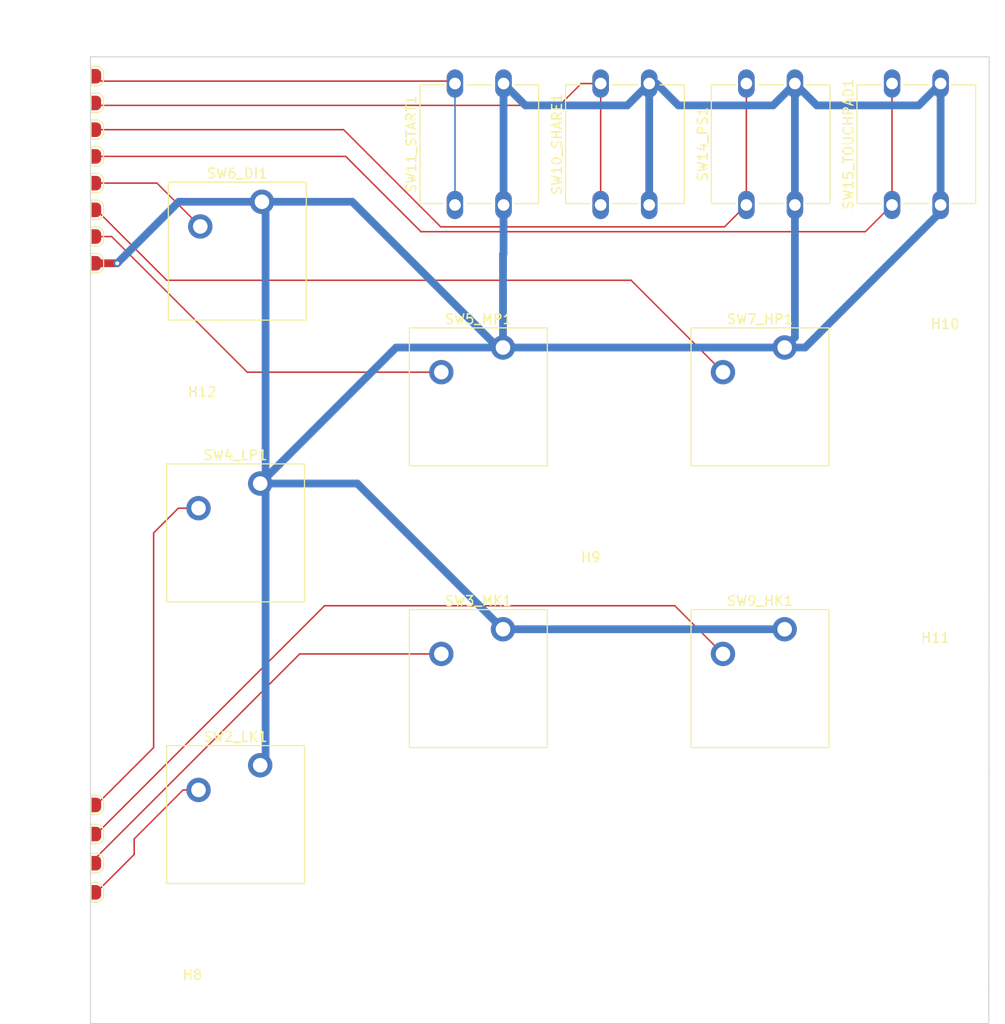
<source format=kicad_pcb>
(kicad_pcb (version 20240108) (generator "pcbnew") (generator_version "8.0")
  (layers (0 "F.Cu" signal) (31 "B.Cu" signal) (34 "B.Paste" user) (35 "F.Paste" user) (36 "B.SilkS" user "B.Silkscreen") (37 "F.SilkS" user "F.Silkscreen") (38 "B.Mask" user) (39 "F.Mask" user) (44 "Edge.Cuts" user))
  (net 0 "")
  (net 1 "GND")
  (net 2 "/Buttons/S2")
  (net 3 "/Buttons/S1")
  (net 4 "/Buttons/A1")
  (net 5 "/Buttons/A2")
  (net 6 "/Buttons/L1")
  (net 7 "/Buttons/R1")
  (net 8 "/Buttons/B4")
  (net 9 "/Buttons/B3")
  (net 10 "/Buttons/R2")
  (net 11 "/Buttons/B2")
  (net 12 "/Buttons/B1")
  (footprint "PCM_Switch_Keyboard_Cherry_MX:SW_Cherry_MX_PCB" (layer "F.Cu") (at 171.168943 84)
    (property "Reference" "SW9_HK1" (at 0 -8 0) (layer "F.SilkS"))
    (property "Value" "SW_Push")
    (fp_line (start -7.1 -7.1) (end -7.1 7.1) (stroke (width 0.12)) (layer "F.SilkS"))
    (fp_line (start -7.1 7.1) (end 7.1 7.1) (stroke (width 0.12)) (layer "F.SilkS"))
    (fp_line (start 7.1 -7.1) (end -7.1 -7.1) (stroke (width 0.12)) (layer "F.SilkS"))
    (fp_line (start 7.1 7.1) (end 7.1 -7.1) (stroke (width 0.12)) (layer "F.SilkS"))
    (pad "" np_thru_hole circle (at -5.08 0) (size 1.75 1.75) (drill 1.75) (layers "*.Cu" "*.Mask"))
    (pad "" np_thru_hole circle (at 0 0) (size 4 4) (drill 4) (layers "*.Cu" "*.Mask"))
    (pad "" np_thru_hole circle (at 5.08 0) (size 1.75 1.75) (drill 1.75) (layers "*.Cu" "*.Mask"))
    (pad "1" thru_hole circle (at -3.81 -2.54) (size 2.5 2.5) (drill 1.5) (layers "*.Cu" "*.Mask") (net 10 "/Buttons/R2"))
    (pad "2" thru_hole circle (at 2.54 -5.08) (size 2.5 2.5) (drill 1.5) (layers "*.Cu" "*.Mask") (net 1 "GND"))
  )
  (footprint "Fightstick_Library:EdgeSolderJumper-2_Right_Half" (layer "F.Cu") (at 102.185 24.75)
    (property "Reference" "JP22" (hide yes))
    (property "Value" "SolderJumper_2_Bridged")
    (fp_line (start 0.1 -1) (end 0.7 -1) (stroke (width 0.12)) (layer "F.SilkS"))
    (fp_line (start 0.1 1) (end 0.1 -1) (stroke (width 0.12)) (layer "F.SilkS"))
    (fp_line (start 0.7 1) (end 0.1 1) (stroke (width 0.12)) (layer "F.SilkS"))
    (fp_line (start 1.4 -0.3) (end 1.4 0.3) (stroke (width 0.12)) (layer "F.SilkS"))
    (fp_arc (start 0.7 -1) (mid 1.194975 -0.794975) (end 1.4 -0.3) (stroke (width 0.12)) (layer "F.SilkS"))
    (fp_arc (start 1.4 0.3) (mid 1.194975 0.794975) (end 0.7 1) (stroke (width 0.12)) (layer "F.SilkS"))
    (pad "2" smd custom (at 0.65 0) (size 1 0.5) (layers "F.Cu" "F.Mask") (net 3 "/Buttons/S1") (options (clearance outline) (anchor rect)) (primitives (gr_circle (center 0 0.25) (end 0.5 0.25) (width 0) (fill yes)) (gr_circle (center 0 -0.25) (end 0.5 -0.25) (width 0) (fill yes)) (gr_poly (pts (xy 0 0.75) (xy -0.5 0.75) (xy -0.5 -0.75) (xy 0 -0.75)) (width 0) (fill yes))))
  )
  (footprint "Fightstick_Library:EdgeSolderJumper-2_Right_Half" (layer "F.Cu") (at 102.185 100)
    (property "Reference" "JP18" (hide yes))
    (property "Value" "SolderJumper_2_Bridged")
    (fp_line (start 0.1 -1) (end 0.7 -1) (stroke (width 0.12)) (layer "F.SilkS"))
    (fp_line (start 0.1 1) (end 0.1 -1) (stroke (width 0.12)) (layer "F.SilkS"))
    (fp_line (start 0.7 1) (end 0.1 1) (stroke (width 0.12)) (layer "F.SilkS"))
    (fp_line (start 1.4 -0.3) (end 1.4 0.3) (stroke (width 0.12)) (layer "F.SilkS"))
    (fp_arc (start 0.7 -1) (mid 1.194975 -0.794975) (end 1.4 -0.3) (stroke (width 0.12)) (layer "F.SilkS"))
    (fp_arc (start 1.4 0.3) (mid 1.194975 0.794975) (end 0.7 1) (stroke (width 0.12)) (layer "F.SilkS"))
    (pad "2" smd custom (at 0.65 0) (size 1 0.5) (layers "F.Cu" "F.Mask") (net 10 "/Buttons/R2") (options (clearance outline) (anchor rect)) (primitives (gr_circle (center 0 0.25) (end 0.5 0.25) (width 0) (fill yes)) (gr_circle (center 0 -0.25) (end 0.5 -0.25) (width 0) (fill yes)) (gr_poly (pts (xy 0 0.75) (xy -0.5 0.75) (xy -0.5 -0.75) (xy 0 -0.75)) (width 0) (fill yes))))
  )
  (footprint "MountingHole:MountingHole_3.2mm_M3" (layer "F.Cu") (at 117.735 114.5)
    (property "Reference" "H8" (at -5 0 0) (layer "F.SilkS"))
    (property "Value" "MountingHole")
    (pad "" np_thru_hole circle (at 0 0) (size 3.2 3.2) (drill 3.2) (layers "*.Cu" "*.Mask"))
  )
  (footprint "Fightstick_Library:EdgeSolderJumper-2_Right_Half" (layer "F.Cu") (at 102.185 38.5)
    (property "Reference" "JP27" (hide yes))
    (property "Value" "SolderJumper_2_Bridged")
    (fp_line (start 0.1 -1) (end 0.7 -1) (stroke (width 0.12)) (layer "F.SilkS"))
    (fp_line (start 0.1 1) (end 0.1 -1) (stroke (width 0.12)) (layer "F.SilkS"))
    (fp_line (start 0.7 1) (end 0.1 1) (stroke (width 0.12)) (layer "F.SilkS"))
    (fp_line (start 1.4 -0.3) (end 1.4 0.3) (stroke (width 0.12)) (layer "F.SilkS"))
    (fp_arc (start 0.7 -1) (mid 1.194975 -0.794975) (end 1.4 -0.3) (stroke (width 0.12)) (layer "F.SilkS"))
    (fp_arc (start 1.4 0.3) (mid 1.194975 0.794975) (end 0.7 1) (stroke (width 0.12)) (layer "F.SilkS"))
    (pad "2" smd custom (at 0.65 0) (size 1 0.5) (layers "F.Cu" "F.Mask") (net 8 "/Buttons/B4") (options (clearance outline) (anchor rect)) (primitives (gr_circle (center 0 0.25) (end 0.5 0.25) (width 0) (fill yes)) (gr_circle (center 0 -0.25) (end 0.5 -0.25) (width 0) (fill yes)) (gr_poly (pts (xy 0 0.75) (xy -0.5 0.75) (xy -0.5 -0.75) (xy 0 -0.75)) (width 0) (fill yes))))
  )
  (footprint "Fightstick_Library:EdgeSolderJumper-2_Right_Half" (layer "F.Cu") (at 102.185 33)
    (property "Reference" "JP25" (hide yes))
    (property "Value" "SolderJumper_2_Bridged")
    (fp_line (start 0.1 -1) (end 0.7 -1) (stroke (width 0.12)) (layer "F.SilkS"))
    (fp_line (start 0.1 1) (end 0.1 -1) (stroke (width 0.12)) (layer "F.SilkS"))
    (fp_line (start 0.7 1) (end 0.1 1) (stroke (width 0.12)) (layer "F.SilkS"))
    (fp_line (start 1.4 -0.3) (end 1.4 0.3) (stroke (width 0.12)) (layer "F.SilkS"))
    (fp_arc (start 0.7 -1) (mid 1.194975 -0.794975) (end 1.4 -0.3) (stroke (width 0.12)) (layer "F.SilkS"))
    (fp_arc (start 1.4 0.3) (mid 1.194975 0.794975) (end 0.7 1) (stroke (width 0.12)) (layer "F.SilkS"))
    (pad "2" smd custom (at 0.65 0) (size 1 0.5) (layers "F.Cu" "F.Mask") (net 6 "/Buttons/L1") (options (clearance outline) (anchor rect)) (primitives (gr_circle (center 0 0.25) (end 0.5 0.25) (width 0) (fill yes)) (gr_circle (center 0 -0.25) (end 0.5 -0.25) (width 0) (fill yes)) (gr_poly (pts (xy 0 0.75) (xy -0.5 0.75) (xy -0.5 -0.75) (xy 0 -0.75)) (width 0) (fill yes))))
  )
  (footprint "PCM_Switch_Keyboard_Cherry_MX:SW_Cherry_MX_PCB" (layer "F.Cu") (at 142.168943 84)
    (property "Reference" "SW3_MK1" (at 0 -8 0) (layer "F.SilkS"))
    (property "Value" "SW_Push")
    (fp_line (start -7.1 -7.1) (end -7.1 7.1) (stroke (width 0.12)) (layer "F.SilkS"))
    (fp_line (start -7.1 7.1) (end 7.1 7.1) (stroke (width 0.12)) (layer "F.SilkS"))
    (fp_line (start 7.1 -7.1) (end -7.1 -7.1) (stroke (width 0.12)) (layer "F.SilkS"))
    (fp_line (start 7.1 7.1) (end 7.1 -7.1) (stroke (width 0.12)) (layer "F.SilkS"))
    (pad "" np_thru_hole circle (at -5.08 0) (size 1.75 1.75) (drill 1.75) (layers "*.Cu" "*.Mask"))
    (pad "" np_thru_hole circle (at 0 0) (size 4 4) (drill 4) (layers "*.Cu" "*.Mask"))
    (pad "" np_thru_hole circle (at 5.08 0) (size 1.75 1.75) (drill 1.75) (layers "*.Cu" "*.Mask"))
    (pad "1" thru_hole circle (at -3.81 -2.54) (size 2.5 2.5) (drill 1.5) (layers "*.Cu" "*.Mask") (net 11 "/Buttons/B2"))
    (pad "2" thru_hole circle (at 2.54 -5.08) (size 2.5 2.5) (drill 1.5) (layers "*.Cu" "*.Mask") (net 1 "GND"))
  )
  (footprint "Fightstick_Library:EdgeSolderJumper-2_Right_Half" (layer "F.Cu") (at 102.185 41.25)
    (property "Reference" "JP15" (hide yes))
    (property "Value" "SolderJumper_2_Bridged")
    (fp_line (start 0.1 -1) (end 0.7 -1) (stroke (width 0.12)) (layer "F.SilkS"))
    (fp_line (start 0.1 1) (end 0.1 -1) (stroke (width 0.12)) (layer "F.SilkS"))
    (fp_line (start 0.7 1) (end 0.1 1) (stroke (width 0.12)) (layer "F.SilkS"))
    (fp_line (start 1.4 -0.3) (end 1.4 0.3) (stroke (width 0.12)) (layer "F.SilkS"))
    (fp_arc (start 0.7 -1) (mid 1.194975 -0.794975) (end 1.4 -0.3) (stroke (width 0.12)) (layer "F.SilkS"))
    (fp_arc (start 1.4 0.3) (mid 1.194975 0.794975) (end 0.7 1) (stroke (width 0.12)) (layer "F.SilkS"))
    (pad "2" smd custom (at 0.65 0) (size 1 0.5) (layers "F.Cu" "F.Mask") (net 1 "GND") (options (clearance outline) (anchor rect)) (primitives (gr_circle (center 0 0.25) (end 0.5 0.25) (width 0) (fill yes)) (gr_circle (center 0 -0.25) (end 0.5 -0.25) (width 0) (fill yes)) (gr_poly (pts (xy 0 0.75) (xy -0.5 0.75) (xy -0.5 -0.75) (xy 0 -0.75)) (width 0) (fill yes))))
  )
  (footprint "PCM_Switch_Keyboard_Cherry_MX:SW_Cherry_MX_PCB" (layer "F.Cu") (at 117.168943 69)
    (property "Reference" "SW4_LP1" (at 0 -8 0) (layer "F.SilkS"))
    (property "Value" "SW_Push")
    (fp_line (start -7.1 -7.1) (end -7.1 7.1) (stroke (width 0.12)) (layer "F.SilkS"))
    (fp_line (start -7.1 7.1) (end 7.1 7.1) (stroke (width 0.12)) (layer "F.SilkS"))
    (fp_line (start 7.1 -7.1) (end -7.1 -7.1) (stroke (width 0.12)) (layer "F.SilkS"))
    (fp_line (start 7.1 7.1) (end 7.1 -7.1) (stroke (width 0.12)) (layer "F.SilkS"))
    (pad "" np_thru_hole circle (at -5.08 0) (size 1.75 1.75) (drill 1.75) (layers "*.Cu" "*.Mask"))
    (pad "" np_thru_hole circle (at 0 0) (size 4 4) (drill 4) (layers "*.Cu" "*.Mask"))
    (pad "" np_thru_hole circle (at 5.08 0) (size 1.75 1.75) (drill 1.75) (layers "*.Cu" "*.Mask"))
    (pad "1" thru_hole circle (at -3.81 -2.54) (size 2.5 2.5) (drill 1.5) (layers "*.Cu" "*.Mask") (net 9 "/Buttons/B3"))
    (pad "2" thru_hole circle (at 2.54 -5.08) (size 2.5 2.5) (drill 1.5) (layers "*.Cu" "*.Mask") (net 1 "GND"))
  )
  (footprint "Fightstick_Library:EdgeSolderJumper-2_Right_Half" (layer "F.Cu") (at 102.185 27.5)
    (property "Reference" "JP23" (hide yes))
    (property "Value" "SolderJumper_2_Bridged")
    (fp_line (start 0.1 -1) (end 0.7 -1) (stroke (width 0.12)) (layer "F.SilkS"))
    (fp_line (start 0.1 1) (end 0.1 -1) (stroke (width 0.12)) (layer "F.SilkS"))
    (fp_line (start 0.7 1) (end 0.1 1) (stroke (width 0.12)) (layer "F.SilkS"))
    (fp_line (start 1.4 -0.3) (end 1.4 0.3) (stroke (width 0.12)) (layer "F.SilkS"))
    (fp_arc (start 0.7 -1) (mid 1.194975 -0.794975) (end 1.4 -0.3) (stroke (width 0.12)) (layer "F.SilkS"))
    (fp_arc (start 1.4 0.3) (mid 1.194975 0.794975) (end 0.7 1) (stroke (width 0.12)) (layer "F.SilkS"))
    (pad "2" smd custom (at 0.65 0) (size 1 0.5) (layers "F.Cu" "F.Mask") (net 4 "/Buttons/A1") (options (clearance outline) (anchor rect)) (primitives (gr_circle (center 0 0.25) (end 0.5 0.25) (width 0) (fill yes)) (gr_circle (center 0 -0.25) (end 0.5 -0.25) (width 0) (fill yes)) (gr_poly (pts (xy 0 0.75) (xy -0.5 0.75) (xy -0.5 -0.75) (xy 0 -0.75)) (width 0) (fill yes))))
  )
  (footprint "MountingHole:MountingHole_3.2mm_M3" (layer "F.Cu") (at 190.235 43)
    (property "Reference" "H10" (at 0 4.5 0) (layer "F.SilkS"))
    (property "Value" "MountingHole")
    (pad "" np_thru_hole circle (at 0 0) (size 3.2 3.2) (drill 3.2) (layers "*.Cu" "*.Mask"))
  )
  (footprint "PCM_Switch_Keyboard_Cherry_MX:SW_Cherry_MX_PCB" (layer "F.Cu") (at 117.168943 98)
    (property "Reference" "SW2_LK1" (at 0 -8 0) (layer "F.SilkS"))
    (property "Value" "SW_Push")
    (fp_line (start -7.1 -7.1) (end -7.1 7.1) (stroke (width 0.12)) (layer "F.SilkS"))
    (fp_line (start -7.1 7.1) (end 7.1 7.1) (stroke (width 0.12)) (layer "F.SilkS"))
    (fp_line (start 7.1 -7.1) (end -7.1 -7.1) (stroke (width 0.12)) (layer "F.SilkS"))
    (fp_line (start 7.1 7.1) (end 7.1 -7.1) (stroke (width 0.12)) (layer "F.SilkS"))
    (pad "" np_thru_hole circle (at -5.08 0) (size 1.75 1.75) (drill 1.75) (layers "*.Cu" "*.Mask"))
    (pad "" np_thru_hole circle (at 0 0) (size 4 4) (drill 4) (layers "*.Cu" "*.Mask"))
    (pad "" np_thru_hole circle (at 5.08 0) (size 1.75 1.75) (drill 1.75) (layers "*.Cu" "*.Mask"))
    (pad "1" thru_hole circle (at -3.81 -2.54) (size 2.5 2.5) (drill 1.5) (layers "*.Cu" "*.Mask") (net 12 "/Buttons/B1"))
    (pad "2" thru_hole circle (at 2.54 -5.08) (size 2.5 2.5) (drill 1.5) (layers "*.Cu" "*.Mask") (net 1 "GND"))
  )
  (footprint "Fightstick_Library:SW_SPST_6x12" (layer "F.Cu") (at 184.765 35.25 90)
    (property "Reference" "SW15_TOUCHPAD1" (at 6.25 -4.5 -90) (layer "F.SilkS"))
    (property "Value" "SW_Push")
    (fp_line (start 12.36 -3.61) (end 12.36 -1.1) (stroke (width 0.12)) (layer "F.SilkS"))
    (fp_line (start 0.14 -3.61) (end 12.36 -3.61) (stroke (width 0.12)) (layer "F.SilkS"))
    (fp_line (start 0.14 -3.61) (end 0.14 -1.1) (stroke (width 0.12)) (layer "F.SilkS"))
    (fp_line (start 12.36 1.2) (end 12.36 3.8) (stroke (width 0.12)) (layer "F.SilkS"))
    (fp_line (start 0.14 1.2) (end 0.14 3.8) (stroke (width 0.12)) (layer "F.SilkS"))
    (fp_line (start 12.36 6.1) (end 12.36 8.61) (stroke (width 0.12)) (layer "F.SilkS"))
    (fp_line (start 0.14 6.1) (end 0.14 8.61) (stroke (width 0.12)) (layer "F.SilkS"))
    (fp_line (start 12.36 8.61) (end 0.14 8.61) (stroke (width 0.12)) (layer "F.SilkS"))
    (pad "1" thru_hole oval (at 0 0 90) (size 2.9 1.7) (drill 1.2) (layers "*.Cu" "*.Mask") (net 5 "/Buttons/A2"))
    (pad "1" thru_hole oval (at 12.5 0 90) (size 2.9 1.7) (drill 1.2) (layers "*.Cu" "*.Mask") (net 5 "/Buttons/A2"))
    (pad "2" thru_hole oval (at 0 5 90) (size 2.9 1.7) (drill 1.2) (layers "*.Cu" "*.Mask") (net 1 "GND"))
    (pad "2" thru_hole oval (at 12.5 5 90) (size 2.9 1.7) (drill 1.2) (layers "*.Cu" "*.Mask") (net 1 "GND"))
  )
  (footprint "Fightstick_Library:EdgeSolderJumper-2_Right_Half" (layer "F.Cu") (at 102.185 22)
    (property "Reference" "JP21" (hide yes))
    (property "Value" "SolderJumper_2_Bridged")
    (fp_line (start 0.1 -1) (end 0.7 -1) (stroke (width 0.12)) (layer "F.SilkS"))
    (fp_line (start 0.1 1) (end 0.1 -1) (stroke (width 0.12)) (layer "F.SilkS"))
    (fp_line (start 0.7 1) (end 0.1 1) (stroke (width 0.12)) (layer "F.SilkS"))
    (fp_line (start 1.4 -0.3) (end 1.4 0.3) (stroke (width 0.12)) (layer "F.SilkS"))
    (fp_arc (start 0.7 -1) (mid 1.194975 -0.794975) (end 1.4 -0.3) (stroke (width 0.12)) (layer "F.SilkS"))
    (fp_arc (start 1.4 0.3) (mid 1.194975 0.794975) (end 0.7 1) (stroke (width 0.12)) (layer "F.SilkS"))
    (pad "2" smd custom (at 0.65 0) (size 1 0.5) (layers "F.Cu" "F.Mask") (net 2 "/Buttons/S2") (options (clearance outline) (anchor rect)) (primitives (gr_circle (center 0 0.25) (end 0.5 0.25) (width 0) (fill yes)) (gr_circle (center 0 -0.25) (end 0.5 -0.25) (width 0) (fill yes)) (gr_poly (pts (xy 0 0.75) (xy -0.5 0.75) (xy -0.5 -0.75) (xy 0 -0.75)) (width 0) (fill yes))))
  )
  (footprint "PCM_Switch_Keyboard_Cherry_MX:SW_Cherry_MX_PCB" (layer "F.Cu") (at 117.349257 40.000561)
    (property "Reference" "SW6_DI1" (at 0 -8 0) (layer "F.SilkS"))
    (property "Value" "SW_Push")
    (fp_line (start -7.1 -7.1) (end -7.1 7.1) (stroke (width 0.12)) (layer "F.SilkS"))
    (fp_line (start -7.1 7.1) (end 7.1 7.1) (stroke (width 0.12)) (layer "F.SilkS"))
    (fp_line (start 7.1 -7.1) (end -7.1 -7.1) (stroke (width 0.12)) (layer "F.SilkS"))
    (fp_line (start 7.1 7.1) (end 7.1 -7.1) (stroke (width 0.12)) (layer "F.SilkS"))
    (pad "" np_thru_hole circle (at -5.08 0) (size 1.75 1.75) (drill 1.75) (layers "*.Cu" "*.Mask"))
    (pad "" np_thru_hole circle (at 0 0) (size 4 4) (drill 4) (layers "*.Cu" "*.Mask"))
    (pad "" np_thru_hole circle (at 5.08 0) (size 1.75 1.75) (drill 1.75) (layers "*.Cu" "*.Mask"))
    (pad "1" thru_hole circle (at -3.81 -2.54) (size 2.5 2.5) (drill 1.5) (layers "*.Cu" "*.Mask") (net 6 "/Buttons/L1"))
    (pad "2" thru_hole circle (at 2.54 -5.08) (size 2.5 2.5) (drill 1.5) (layers "*.Cu" "*.Mask") (net 1 "GND"))
  )
  (footprint "Fightstick_Library:SW_SPST_6x12" (layer "F.Cu") (at 139.765 35.25 90)
    (property "Reference" "SW11_START1" (at 6.25 -4.5 -90) (layer "F.SilkS"))
    (property "Value" "SW_Push")
    (fp_line (start 12.36 -3.61) (end 12.36 -1.1) (stroke (width 0.12)) (layer "F.SilkS"))
    (fp_line (start 0.14 -3.61) (end 12.36 -3.61) (stroke (width 0.12)) (layer "F.SilkS"))
    (fp_line (start 0.14 -3.61) (end 0.14 -1.1) (stroke (width 0.12)) (layer "F.SilkS"))
    (fp_line (start 12.36 1.2) (end 12.36 3.8) (stroke (width 0.12)) (layer "F.SilkS"))
    (fp_line (start 0.14 1.2) (end 0.14 3.8) (stroke (width 0.12)) (layer "F.SilkS"))
    (fp_line (start 12.36 6.1) (end 12.36 8.61) (stroke (width 0.12)) (layer "F.SilkS"))
    (fp_line (start 0.14 6.1) (end 0.14 8.61) (stroke (width 0.12)) (layer "F.SilkS"))
    (fp_line (start 12.36 8.61) (end 0.14 8.61) (stroke (width 0.12)) (layer "F.SilkS"))
    (pad "1" thru_hole oval (at 0 0 90) (size 2.9 1.7) (drill 1.2) (layers "*.Cu" "*.Mask") (net 2 "/Buttons/S2"))
    (pad "1" thru_hole oval (at 12.5 0 90) (size 2.9 1.7) (drill 1.2) (layers "*.Cu" "*.Mask") (net 2 "/Buttons/S2"))
    (pad "2" thru_hole oval (at 0 5 90) (size 2.9 1.7) (drill 1.2) (layers "*.Cu" "*.Mask") (net 1 "GND"))
    (pad "2" thru_hole oval (at 12.5 5 90) (size 2.9 1.7) (drill 1.2) (layers "*.Cu" "*.Mask") (net 1 "GND"))
  )
  (footprint "PCM_Switch_Keyboard_Cherry_MX:SW_Cherry_MX_PCB" (layer "F.Cu") (at 171.168943 55)
    (property "Reference" "SW7_HP1" (at 0 -8 0) (layer "F.SilkS"))
    (property "Value" "SW_Push")
    (fp_line (start -7.1 -7.1) (end -7.1 7.1) (stroke (width 0.12)) (layer "F.SilkS"))
    (fp_line (start -7.1 7.1) (end 7.1 7.1) (stroke (width 0.12)) (layer "F.SilkS"))
    (fp_line (start 7.1 -7.1) (end -7.1 -7.1) (stroke (width 0.12)) (layer "F.SilkS"))
    (fp_line (start 7.1 7.1) (end 7.1 -7.1) (stroke (width 0.12)) (layer "F.SilkS"))
    (pad "" np_thru_hole circle (at -5.08 0) (size 1.75 1.75) (drill 1.75) (layers "*.Cu" "*.Mask"))
    (pad "" np_thru_hole circle (at 0 0) (size 4 4) (drill 4) (layers "*.Cu" "*.Mask"))
    (pad "" np_thru_hole circle (at 5.08 0) (size 1.75 1.75) (drill 1.75) (layers "*.Cu" "*.Mask"))
    (pad "1" thru_hole circle (at -3.81 -2.54) (size 2.5 2.5) (drill 1.5) (layers "*.Cu" "*.Mask") (net 7 "/Buttons/R1"))
    (pad "2" thru_hole circle (at 2.54 -5.08) (size 2.5 2.5) (drill 1.5) (layers "*.Cu" "*.Mask") (net 1 "GND"))
  )
  (footprint "MountingHole:MountingHole_3.2mm_M3" (layer "F.Cu") (at 153.735 67)
    (property "Reference" "H9" (at 0 4.5 0) (layer "F.SilkS"))
    (property "Value" "MountingHole")
    (pad "" np_thru_hole circle (at 0 0) (size 3.2 3.2) (drill 3.2) (layers "*.Cu" "*.Mask"))
  )
  (footprint "Fightstick_Library:SW_SPST_6x12" (layer "F.Cu") (at 154.765 35.25 90)
    (property "Reference" "SW10_SHARE1" (at 6.25 -4.5 -90) (layer "F.SilkS"))
    (property "Value" "SW_Push")
    (fp_line (start 12.36 -3.61) (end 12.36 -1.1) (stroke (width 0.12)) (layer "F.SilkS"))
    (fp_line (start 0.14 -3.61) (end 12.36 -3.61) (stroke (width 0.12)) (layer "F.SilkS"))
    (fp_line (start 0.14 -3.61) (end 0.14 -1.1) (stroke (width 0.12)) (layer "F.SilkS"))
    (fp_line (start 12.36 1.2) (end 12.36 3.8) (stroke (width 0.12)) (layer "F.SilkS"))
    (fp_line (start 0.14 1.2) (end 0.14 3.8) (stroke (width 0.12)) (layer "F.SilkS"))
    (fp_line (start 12.36 6.1) (end 12.36 8.61) (stroke (width 0.12)) (layer "F.SilkS"))
    (fp_line (start 0.14 6.1) (end 0.14 8.61) (stroke (width 0.12)) (layer "F.SilkS"))
    (fp_line (start 12.36 8.61) (end 0.14 8.61) (stroke (width 0.12)) (layer "F.SilkS"))
    (pad "1" thru_hole oval (at 0 0 90) (size 2.9 1.7) (drill 1.2) (layers "*.Cu" "*.Mask") (net 3 "/Buttons/S1"))
    (pad "1" thru_hole oval (at 12.5 0 90) (size 2.9 1.7) (drill 1.2) (layers "*.Cu" "*.Mask") (net 3 "/Buttons/S1"))
    (pad "2" thru_hole oval (at 0 5 90) (size 2.9 1.7) (drill 1.2) (layers "*.Cu" "*.Mask") (net 1 "GND"))
    (pad "2" thru_hole oval (at 12.5 5 90) (size 2.9 1.7) (drill 1.2) (layers "*.Cu" "*.Mask") (net 1 "GND"))
  )
  (footprint "Fightstick_Library:EdgeSolderJumper-2_Right_Half" (layer "F.Cu") (at 102.185 103)
    (property "Reference" "JP19" (hide yes))
    (property "Value" "SolderJumper_2_Bridged")
    (fp_line (start 0.1 -1) (end 0.7 -1) (stroke (width 0.12)) (layer "F.SilkS"))
    (fp_line (start 0.1 1) (end 0.1 -1) (stroke (width 0.12)) (layer "F.SilkS"))
    (fp_line (start 0.7 1) (end 0.1 1) (stroke (width 0.12)) (layer "F.SilkS"))
    (fp_line (start 1.4 -0.3) (end 1.4 0.3) (stroke (width 0.12)) (layer "F.SilkS"))
    (fp_arc (start 0.7 -1) (mid 1.194975 -0.794975) (end 1.4 -0.3) (stroke (width 0.12)) (layer "F.SilkS"))
    (fp_arc (start 1.4 0.3) (mid 1.194975 0.794975) (end 0.7 1) (stroke (width 0.12)) (layer "F.SilkS"))
    (pad "2" smd custom (at 0.65 0) (size 1 0.5) (layers "F.Cu" "F.Mask") (net 11 "/Buttons/B2") (options (clearance outline) (anchor rect)) (primitives (gr_circle (center 0 0.25) (end 0.5 0.25) (width 0) (fill yes)) (gr_circle (center 0 -0.25) (end 0.5 -0.25) (width 0) (fill yes)) (gr_poly (pts (xy 0 0.75) (xy -0.5 0.75) (xy -0.5 -0.75) (xy 0 -0.75)) (width 0) (fill yes))))
  )
  (footprint "MountingHole:MountingHole_3.2mm_M3" (layer "F.Cu") (at 108.735 54.5)
    (property "Reference" "H12" (at 5 0 0) (layer "F.SilkS"))
    (property "Value" "MountingHole")
    (pad "" np_thru_hole circle (at 0 0) (size 3.2 3.2) (drill 3.2) (layers "*.Cu" "*.Mask"))
  )
  (footprint "PCM_kikit:Board" (layer "F.Cu") (at 112.235 20)
    (property "Reference" "B2")
    (property "Value" "Board")
  )
  (footprint "Fightstick_Library:EdgeSolderJumper-2_Right_Half" (layer "F.Cu") (at 102.185 35.75)
    (property "Reference" "JP26" (hide yes))
    (property "Value" "SolderJumper_2_Bridged")
    (fp_line (start 0.1 -1) (end 0.7 -1) (stroke (width 0.12)) (layer "F.SilkS"))
    (fp_line (start 0.1 1) (end 0.1 -1) (stroke (width 0.12)) (layer "F.SilkS"))
    (fp_line (start 0.7 1) (end 0.1 1) (stroke (width 0.12)) (layer "F.SilkS"))
    (fp_line (start 1.4 -0.3) (end 1.4 0.3) (stroke (width 0.12)) (layer "F.SilkS"))
    (fp_arc (start 0.7 -1) (mid 1.194975 -0.794975) (end 1.4 -0.3) (stroke (width 0.12)) (layer "F.SilkS"))
    (fp_arc (start 1.4 0.3) (mid 1.194975 0.794975) (end 0.7 1) (stroke (width 0.12)) (layer "F.SilkS"))
    (pad "2" smd custom (at 0.65 0) (size 1 0.5) (layers "F.Cu" "F.Mask") (net 7 "/Buttons/R1") (options (clearance outline) (anchor rect)) (primitives (gr_circle (center 0 0.25) (end 0.5 0.25) (width 0) (fill yes)) (gr_circle (center 0 -0.25) (end 0.5 -0.25) (width 0) (fill yes)) (gr_poly (pts (xy 0 0.75) (xy -0.5 0.75) (xy -0.5 -0.75) (xy 0 -0.75)) (width 0) (fill yes))))
  )
  (footprint "PCM_Switch_Keyboard_Cherry_MX:SW_Cherry_MX_PCB" (layer "F.Cu") (at 142.168943 55)
    (property "Reference" "SW5_MP1" (at 0 -8 0) (layer "F.SilkS"))
    (property "Value" "SW_Push")
    (fp_line (start -7.1 -7.1) (end -7.1 7.1) (stroke (width 0.12)) (layer "F.SilkS"))
    (fp_line (start -7.1 7.1) (end 7.1 7.1) (stroke (width 0.12)) (layer "F.SilkS"))
    (fp_line (start 7.1 -7.1) (end -7.1 -7.1) (stroke (width 0.12)) (layer "F.SilkS"))
    (fp_line (start 7.1 7.1) (end 7.1 -7.1) (stroke (width 0.12)) (layer "F.SilkS"))
    (pad "" np_thru_hole circle (at -5.08 0) (size 1.75 1.75) (drill 1.75) (layers "*.Cu" "*.Mask"))
    (pad "" np_thru_hole circle (at 0 0) (size 4 4) (drill 4) (layers "*.Cu" "*.Mask"))
    (pad "" np_thru_hole circle (at 5.08 0) (size 1.75 1.75) (drill 1.75) (layers "*.Cu" "*.Mask"))
    (pad "1" thru_hole circle (at -3.81 -2.54) (size 2.5 2.5) (drill 1.5) (layers "*.Cu" "*.Mask") (net 8 "/Buttons/B4"))
    (pad "2" thru_hole circle (at 2.54 -5.08) (size 2.5 2.5) (drill 1.5) (layers "*.Cu" "*.Mask") (net 1 "GND"))
  )
  (footprint "Fightstick_Library:EdgeSolderJumper-2_Right_Half" (layer "F.Cu") (at 102.185 30.25)
    (property "Reference" "JP24" (hide yes))
    (property "Value" "SolderJumper_2_Bridged")
    (fp_line (start 0.1 -1) (end 0.7 -1) (stroke (width 0.12)) (layer "F.SilkS"))
    (fp_line (start 0.1 1) (end 0.1 -1) (stroke (width 0.12)) (layer "F.SilkS"))
    (fp_line (start 0.7 1) (end 0.1 1) (stroke (width 0.12)) (layer "F.SilkS"))
    (fp_line (start 1.4 -0.3) (end 1.4 0.3) (stroke (width 0.12)) (layer "F.SilkS"))
    (fp_arc (start 0.7 -1) (mid 1.194975 -0.794975) (end 1.4 -0.3) (stroke (width 0.12)) (layer "F.SilkS"))
    (fp_arc (start 1.4 0.3) (mid 1.194975 0.794975) (end 0.7 1) (stroke (width 0.12)) (layer "F.SilkS"))
    (pad "2" smd custom (at 0.65 0) (size 1 0.5) (layers "F.Cu" "F.Mask") (net 5 "/Buttons/A2") (options (clearance outline) (anchor rect)) (primitives (gr_circle (center 0 0.25) (end 0.5 0.25) (width 0) (fill yes)) (gr_circle (center 0 -0.25) (end 0.5 -0.25) (width 0) (fill yes)) (gr_poly (pts (xy 0 0.75) (xy -0.5 0.75) (xy -0.5 -0.75) (xy 0 -0.75)) (width 0) (fill yes))))
  )
  (footprint "MountingHole:MountingHole_3.2mm_M3" (layer "F.Cu") (at 189.235 84)
    (property "Reference" "H11" (at 0 -4.2 0) (layer "F.SilkS"))
    (property "Value" "MountingHole")
    (pad "" np_thru_hole circle (at 0 0) (size 3.2 3.2) (drill 3.2) (layers "*.Cu" "*.Mask"))
  )
  (footprint "Fightstick_Library:SW_SPST_6x12" (layer "F.Cu") (at 169.765 35.25 90)
    (property "Reference" "SW14_PS1" (at 6.25 -4.5 -90) (layer "F.SilkS"))
    (property "Value" "SW_Push")
    (fp_line (start 12.36 -3.61) (end 12.36 -1.1) (stroke (width 0.12)) (layer "F.SilkS"))
    (fp_line (start 0.14 -3.61) (end 12.36 -3.61) (stroke (width 0.12)) (layer "F.SilkS"))
    (fp_line (start 0.14 -3.61) (end 0.14 -1.1) (stroke (width 0.12)) (layer "F.SilkS"))
    (fp_line (start 12.36 1.2) (end 12.36 3.8) (stroke (width 0.12)) (layer "F.SilkS"))
    (fp_line (start 0.14 1.2) (end 0.14 3.8) (stroke (width 0.12)) (layer "F.SilkS"))
    (fp_line (start 12.36 6.1) (end 12.36 8.61) (stroke (width 0.12)) (layer "F.SilkS"))
    (fp_line (start 0.14 6.1) (end 0.14 8.61) (stroke (width 0.12)) (layer "F.SilkS"))
    (fp_line (start 12.36 8.61) (end 0.14 8.61) (stroke (width 0.12)) (layer "F.SilkS"))
    (pad "1" thru_hole oval (at 0 0 90) (size 2.9 1.7) (drill 1.2) (layers "*.Cu" "*.Mask") (net 4 "/Buttons/A1"))
    (pad "1" thru_hole oval (at 12.5 0 90) (size 2.9 1.7) (drill 1.2) (layers "*.Cu" "*.Mask") (net 4 "/Buttons/A1"))
    (pad "2" thru_hole oval (at 0 5 90) (size 2.9 1.7) (drill 1.2) (layers "*.Cu" "*.Mask") (net 1 "GND"))
    (pad "2" thru_hole oval (at 12.5 5 90) (size 2.9 1.7) (drill 1.2) (layers "*.Cu" "*.Mask") (net 1 "GND"))
  )
  (footprint "Fightstick_Library:EdgeSolderJumper-2_Right_Half" (layer "F.Cu") (at 102.185 106)
    (property "Reference" "JP20" (hide yes))
    (property "Value" "SolderJumper_2_Bridged")
    (fp_line (start 0.1 -1) (end 0.7 -1) (stroke (width 0.12)) (layer "F.SilkS"))
    (fp_line (start 0.1 1) (end 0.1 -1) (stroke (width 0.12)) (layer "F.SilkS"))
    (fp_line (start 0.7 1) (end 0.1 1) (stroke (width 0.12)) (layer "F.SilkS"))
    (fp_line (start 1.4 -0.3) (end 1.4 0.3) (stroke (width 0.12)) (layer "F.SilkS"))
    (fp_arc (start 0.7 -1) (mid 1.194975 -0.794975) (end 1.4 -0.3) (stroke (width 0.12)) (layer "F.SilkS"))
    (fp_arc (start 1.4 0.3) (mid 1.194975 0.794975) (end 0.7 1) (stroke (width 0.12)) (layer "F.SilkS"))
    (pad "2" smd custom (at 0.65 0) (size 1 0.5) (layers "F.Cu" "F.Mask") (net 12 "/Buttons/B1") (options (clearance outline) (anchor rect)) (primitives (gr_circle (center 0 0.25) (end 0.5 0.25) (width 0) (fill yes)) (gr_circle (center 0 -0.25) (end 0.5 -0.25) (width 0) (fill yes)) (gr_poly (pts (xy 0 0.75) (xy -0.5 0.75) (xy -0.5 -0.75) (xy 0 -0.75)) (width 0) (fill yes))))
  )
  (footprint "Fightstick_Library:EdgeSolderJumper-2_Right_Half" (layer "F.Cu") (at 102.185 97)
    (property "Reference" "JP17" (hide yes))
    (property "Value" "SolderJumper_2_Bridged")
    (fp_line (start 0.1 -1) (end 0.7 -1) (stroke (width 0.12)) (layer "F.SilkS"))
    (fp_line (start 0.1 1) (end 0.1 -1) (stroke (width 0.12)) (layer "F.SilkS"))
    (fp_line (start 0.7 1) (end 0.1 1) (stroke (width 0.12)) (layer "F.SilkS"))
    (fp_line (start 1.4 -0.3) (end 1.4 0.3) (stroke (width 0.12)) (layer "F.SilkS"))
    (fp_arc (start 0.7 -1) (mid 1.194975 -0.794975) (end 1.4 -0.3) (stroke (width 0.12)) (layer "F.SilkS"))
    (fp_arc (start 1.4 0.3) (mid 1.194975 0.794975) (end 0.7 1) (stroke (width 0.12)) (layer "F.SilkS"))
    (pad "2" smd custom (at 0.65 0) (size 1 0.5) (layers "F.Cu" "F.Mask") (net 9 "/Buttons/B3") (options (clearance outline) (anchor rect)) (primitives (gr_circle (center 0 0.25) (end 0.5 0.25) (width 0) (fill yes)) (gr_circle (center 0 -0.25) (end 0.5 -0.25) (width 0) (fill yes)) (gr_poly (pts (xy 0 0.75) (xy -0.5 0.75) (xy -0.5 -0.75) (xy 0 -0.75)) (width 0) (fill yes))))
  )
  (gr_line (start 102.235 20) (end 194.765 20) (stroke (width 0.1)) (layer "Edge.Cuts"))
  (gr_line (start 194.765 20) (end 194.735 119.5) (stroke (width 0.1)) (layer "Edge.Cuts"))
  (gr_line (start 194.735 119.5) (end 102.235 119.5) (stroke (width 0.1)) (layer "Edge.Cuts"))
  (gr_line (start 102.235 119.5) (end 102.235 20) (stroke (width 0.1)) (layer "Edge.Cuts"))
  (segment (start 104.985 41.25) (end 102.835 41.25) (width 0.8) (layer "F.Cu") (net 1))
  (via (at 104.985 41.25) (size 0.8) (drill 0.4) (layers "F.Cu" "B.Cu") (net 1))
  (segment (start 120.265 63.363943) (end 120.265 35.296304) (width 0.8) (layer "B.Cu") (net 1))
  (segment (start 119.889257 34.920561) (end 111.314439 34.920561) (width 0.8) (layer "B.Cu") (net 1))
  (segment (start 159.765 22.75) (end 159.765 35.25) (width 0.8) (layer "B.Cu") (net 1))
  (segment (start 189.765 22.75) (end 189.765 35.97) (width 0.8) (layer "B.Cu") (net 1))
  (segment (start 120.265 92.363943) (end 119.708943 92.92) (width 0.8) (layer "B.Cu") (net 1))
  (segment (start 174.765 22.75) (end 177.015 25) (width 0.8) (layer "B.Cu") (net 1))
  (segment (start 172.515 25) (end 174.765 22.75) (width 0.8) (layer "B.Cu") (net 1))
  (segment (start 144.765 22.75) (end 144.765 35.25) (width 0.8) (layer "B.Cu") (net 1))
  (segment (start 162.765 25) (end 172.515 25) (width 0.8) (layer "B.Cu") (net 1))
  (segment (start 144.765 35.25) (end 144.765 40.25) (width 0.8) (layer "B.Cu") (net 1))
  (segment (start 160.515 22.75) (end 162.765 25) (width 0.8) (layer "B.Cu") (net 1))
  (segment (start 177.015 25) (end 187.515 25) (width 0.8) (layer "B.Cu") (net 1))
  (segment (start 144.765 22.75) (end 147.015 25) (width 0.8) (layer "B.Cu") (net 1))
  (segment (start 144.185 49.92) (end 144.708943 49.92) (width 0.8) (layer "B.Cu") (net 1))
  (segment (start 157.515 25) (end 159.765 22.75) (width 0.8) (layer "B.Cu") (net 1))
  (segment (start 144.708943 49.92) (end 133.708943 49.92) (width 0.8) (layer "B.Cu") (net 1))
  (segment (start 111.314439 34.920561) (end 104.985 41.25) (width 0.8) (layer "B.Cu") (net 1))
  (segment (start 119.708943 63.92) (end 129.708943 63.92) (width 0.8) (layer "B.Cu") (net 1))
  (segment (start 173.708943 49.92) (end 174.765 48.863943) (width 0.8) (layer "B.Cu") (net 1))
  (segment (start 144.708943 49.92) (end 173.708943 49.92) (width 0.8) (layer "B.Cu") (net 1))
  (segment (start 175.815 49.92) (end 173.708943 49.92) (width 0.8) (layer "B.Cu") (net 1))
  (segment (start 119.708943 63.92) (end 120.265 64.476057) (width 0.8) (layer "B.Cu") (net 1))
  (segment (start 144.708943 49.92) (end 144.708943 40.306057) (width 0.8) (layer "B.Cu") (net 1))
  (segment (start 144.765 40.25) (end 144.708943 40.306057) (width 0.8) (layer "B.Cu") (net 1))
  (segment (start 119.889257 34.920561) (end 119.868696 34.9) (width 0.8) (layer "B.Cu") (net 1))
  (segment (start 187.515 25) (end 189.765 22.75) (width 0.8) (layer "B.Cu") (net 1))
  (segment (start 119.708943 63.92) (end 120.265 63.363943) (width 0.8) (layer "B.Cu") (net 1))
  (segment (start 159.765 22.75) (end 160.515 22.75) (width 0.8) (layer "B.Cu") (net 1))
  (segment (start 133.708943 49.92) (end 119.708943 63.92) (width 0.8) (layer "B.Cu") (net 1))
  (segment (start 174.765 48.863943) (end 174.765 22.75) (width 0.8) (layer "B.Cu") (net 1))
  (segment (start 120.265 64.476057) (end 120.265 92.363943) (width 0.8) (layer "B.Cu") (net 1))
  (segment (start 147.015 25) (end 157.515 25) (width 0.8) (layer "B.Cu") (net 1))
  (segment (start 119.889257 34.920561) (end 129.185561 34.920561) (width 0.8) (layer "B.Cu") (net 1))
  (segment (start 144.708943 78.92) (end 173.708943 78.92) (width 0.8) (layer "B.Cu") (net 1))
  (segment (start 129.708943 63.92) (end 144.708943 78.92) (width 0.8) (layer "B.Cu") (net 1))
  (segment (start 189.765 35.97) (end 175.815 49.92) (width 0.8) (layer "B.Cu") (net 1))
  (segment (start 129.185561 34.920561) (end 144.185 49.92) (width 0.8) (layer "B.Cu") (net 1))
  (segment (start 120.265 35.296304) (end 119.889257 34.920561) (width 0.8) (layer "B.Cu") (net 1))
  (segment (start 103.335 22.5) (end 139.515 22.5) (width 0.15) (layer "F.Cu") (net 2))
  (segment (start 102.835 22) (end 103.335 22.5) (width 0.15) (layer "F.Cu") (net 2))
  (segment (start 139.515 22.5) (end 139.765 22.75) (width 0.15) (layer "F.Cu") (net 2))
  (segment (start 139.765 22.75) (end 139.765 35.25) (width 0.15) (layer "B.Cu") (net 2))
  (segment (start 102.835 24.75) (end 103.085 25) (width 0.15) (layer "F.Cu") (net 3))
  (segment (start 103.085 25) (end 150.515 25) (width 0.15) (layer "F.Cu") (net 3))
  (segment (start 154.765 22.75) (end 154.765 35.25) (width 0.15) (layer "F.Cu") (net 3))
  (segment (start 152.765 22.75) (end 154.765 22.75) (width 0.15) (layer "F.Cu") (net 3))
  (segment (start 150.515 25) (end 152.765 22.75) (width 0.15) (layer "F.Cu") (net 3))
  (segment (start 128.294505 27.5) (end 138.294505 37.5) (width 0.15) (layer "F.Cu") (net 4))
  (segment (start 138.294505 37.5) (end 167.515 37.5) (width 0.15) (layer "F.Cu") (net 4))
  (segment (start 169.765 22.75) (end 169.765 35.25) (width 0.15) (layer "F.Cu") (net 4))
  (segment (start 102.835 27.5) (end 128.294505 27.5) (width 0.15) (layer "F.Cu") (net 4))
  (segment (start 167.515 37.5) (end 169.765 35.25) (width 0.15) (layer "F.Cu") (net 4))
  (segment (start 102.835 30.25) (end 128.515 30.25) (width 0.15) (layer "F.Cu") (net 5))
  (segment (start 128.515 30.25) (end 136.265 38) (width 0.15) (layer "F.Cu") (net 5))
  (segment (start 136.265 38) (end 182.015 38) (width 0.15) (layer "F.Cu") (net 5))
  (segment (start 184.765 22.75) (end 184.765 35.25) (width 0.15) (layer "F.Cu") (net 5))
  (segment (start 182.015 38) (end 184.765 35.25) (width 0.15) (layer "F.Cu") (net 5))
  (segment (start 109.078696 33) (end 113.539257 37.460561) (width 0.15) (layer "F.Cu") (net 6))
  (segment (start 102.835 33) (end 109.078696 33) (width 0.15) (layer "F.Cu") (net 6))
  (segment (start 113.076845 37.460561) (end 113.539257 37.460561) (width 0.2) (layer "F.Cu") (net 6))
  (segment (start 110.085 43) (end 157.898943 43) (width 0.15) (layer "F.Cu") (net 7))
  (segment (start 157.898943 43) (end 167.358943 52.46) (width 0.15) (layer "F.Cu") (net 7))
  (segment (start 102.835 35.75) (end 110.085 43) (width 0.15) (layer "F.Cu") (net 7))
  (segment (start 104.412513 38.5) (end 118.372513 52.46) (width 0.15) (layer "F.Cu") (net 8))
  (segment (start 118.372513 52.46) (end 138.358943 52.46) (width 0.15) (layer "F.Cu") (net 8))
  (segment (start 102.835 38.5) (end 104.412513 38.5) (width 0.15) (layer "F.Cu") (net 8))
  (segment (start 102.835 97) (end 108.735 91.1) (width 0.15) (layer "F.Cu") (net 9))
  (segment (start 108.735 91.1) (end 108.735 69) (width 0.15) (layer "F.Cu") (net 9))
  (segment (start 111.275 66.46) (end 113.358943 66.46) (width 0.15) (layer "F.Cu") (net 9))
  (segment (start 108.735 69) (end 111.275 66.46) (width 0.15) (layer "F.Cu") (net 9))
  (segment (start 102.835 100) (end 126.335 76.5) (width 0.15) (layer "F.Cu") (net 10))
  (segment (start 162.398943 76.5) (end 167.358943 81.46) (width 0.15) (layer "F.Cu") (net 10))
  (segment (start 126.335 76.5) (end 162.398943 76.5) (width 0.15) (layer "F.Cu") (net 10))
  (segment (start 102.835 103) (end 102.835 102.4) (width 0.15) (layer "F.Cu") (net 11))
  (segment (start 102.835 102.4) (end 123.775 81.46) (width 0.15) (layer "F.Cu") (net 11))
  (segment (start 123.775 81.46) (end 138.358943 81.46) (width 0.15) (layer "F.Cu") (net 11))
  (segment (start 106.735 100.5) (end 111.775 95.46) (width 0.15) (layer "F.Cu") (net 12))
  (segment (start 111.775 95.46) (end 113.358943 95.46) (width 0.15) (layer "F.Cu") (net 12))
  (segment (start 102.835 106) (end 106.735 102.1) (width 0.15) (layer "F.Cu") (net 12))
  (segment (start 106.735 102.1) (end 106.735 100.5) (width 0.15) (layer "F.Cu") (net 12))
)
</source>
